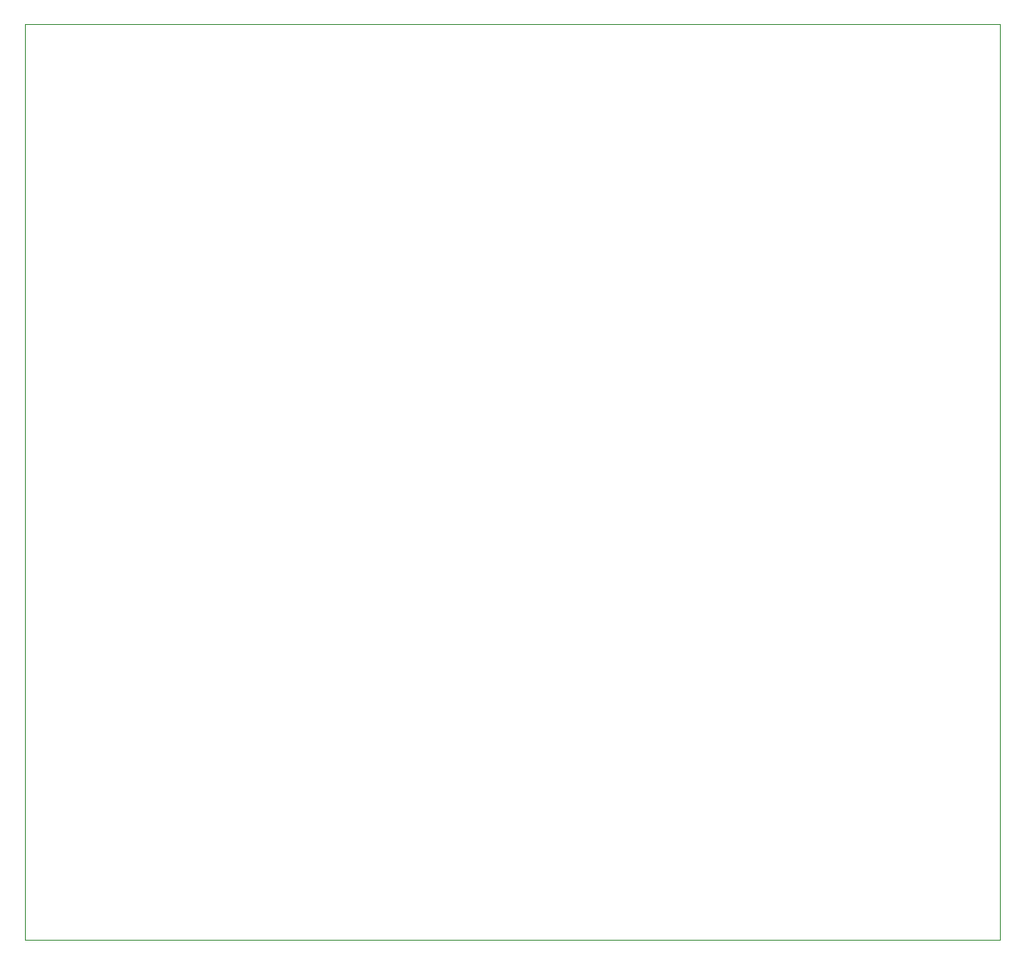
<source format=gbr>
G04 DipTrace 3.3.1.3*
G04 BoardOutline.gbr*
%MOIN*%
G04 #@! TF.FileFunction,Profile*
G04 #@! TF.Part,Single*
%ADD10C,0.004724*%
%FSLAX26Y26*%
G04*
G70*
G90*
G75*
G01*
G04 BoardOutline*
%LPD*%
X393700Y3943701D2*
D10*
Y393700D1*
X4168898D1*
Y3943701D1*
X393700D1*
M02*

</source>
